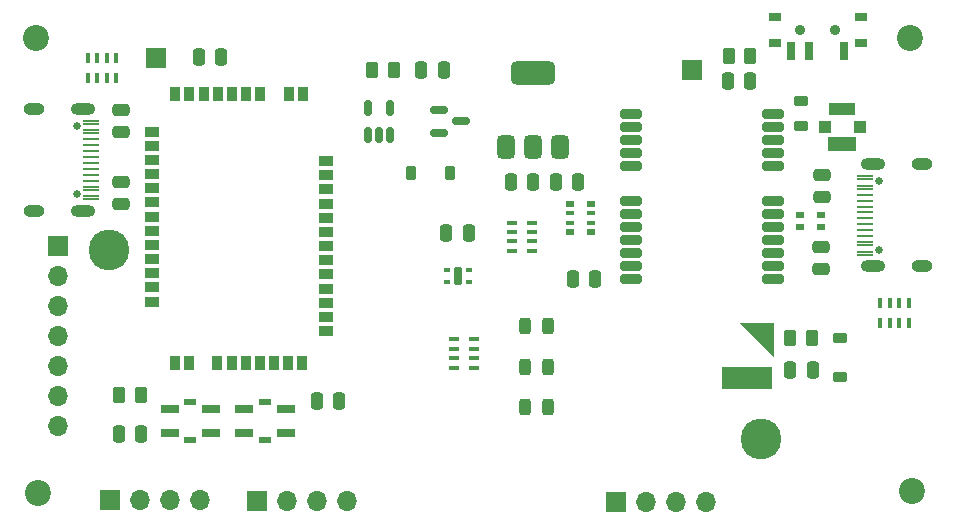
<source format=gbr>
%TF.GenerationSoftware,KiCad,Pcbnew,8.0.0*%
%TF.CreationDate,2024-06-26T14:25:48-05:00*%
%TF.ProjectId,CyberTastic,43796265-7254-4617-9374-69632e6b6963,rev?*%
%TF.SameCoordinates,Original*%
%TF.FileFunction,Soldermask,Top*%
%TF.FilePolarity,Negative*%
%FSLAX46Y46*%
G04 Gerber Fmt 4.6, Leading zero omitted, Abs format (unit mm)*
G04 Created by KiCad (PCBNEW 8.0.0) date 2024-06-26 14:25:48*
%MOMM*%
%LPD*%
G01*
G04 APERTURE LIST*
G04 Aperture macros list*
%AMRoundRect*
0 Rectangle with rounded corners*
0 $1 Rounding radius*
0 $2 $3 $4 $5 $6 $7 $8 $9 X,Y pos of 4 corners*
0 Add a 4 corners polygon primitive as box body*
4,1,4,$2,$3,$4,$5,$6,$7,$8,$9,$2,$3,0*
0 Add four circle primitives for the rounded corners*
1,1,$1+$1,$2,$3*
1,1,$1+$1,$4,$5*
1,1,$1+$1,$6,$7*
1,1,$1+$1,$8,$9*
0 Add four rect primitives between the rounded corners*
20,1,$1+$1,$2,$3,$4,$5,0*
20,1,$1+$1,$4,$5,$6,$7,0*
20,1,$1+$1,$6,$7,$8,$9,0*
20,1,$1+$1,$8,$9,$2,$3,0*%
G04 Aperture macros list end*
%ADD10C,0.000100*%
%ADD11R,1.300000X0.900000*%
%ADD12R,0.900000X1.300000*%
%ADD13RoundRect,0.375000X0.375000X-0.625000X0.375000X0.625000X-0.375000X0.625000X-0.375000X-0.625000X0*%
%ADD14RoundRect,0.500000X1.400000X-0.500000X1.400000X0.500000X-1.400000X0.500000X-1.400000X-0.500000X0*%
%ADD15R,0.800000X0.500000*%
%ADD16R,0.800000X0.400000*%
%ADD17C,0.650000*%
%ADD18R,1.400000X0.250000*%
%ADD19O,2.100000X1.000000*%
%ADD20O,1.800000X1.000000*%
%ADD21R,0.400000X0.900000*%
%ADD22R,1.000000X0.800000*%
%ADD23C,0.900000*%
%ADD24R,0.700000X1.500000*%
%ADD25R,1.000000X0.500000*%
%ADD26R,1.500000X0.800000*%
%ADD27RoundRect,0.250000X0.250000X0.475000X-0.250000X0.475000X-0.250000X-0.475000X0.250000X-0.475000X0*%
%ADD28C,2.200000*%
%ADD29RoundRect,0.250000X0.262500X0.450000X-0.262500X0.450000X-0.262500X-0.450000X0.262500X-0.450000X0*%
%ADD30RoundRect,0.243750X0.243750X0.456250X-0.243750X0.456250X-0.243750X-0.456250X0.243750X-0.456250X0*%
%ADD31R,1.700000X1.700000*%
%ADD32O,1.700000X1.700000*%
%ADD33RoundRect,0.087500X-0.187500X-0.087500X0.187500X-0.087500X0.187500X0.087500X-0.187500X0.087500X0*%
%ADD34RoundRect,0.175000X-0.175000X-0.625000X0.175000X-0.625000X0.175000X0.625000X-0.175000X0.625000X0*%
%ADD35RoundRect,0.250000X-0.262500X-0.450000X0.262500X-0.450000X0.262500X0.450000X-0.262500X0.450000X0*%
%ADD36RoundRect,0.218750X0.381250X-0.218750X0.381250X0.218750X-0.381250X0.218750X-0.381250X-0.218750X0*%
%ADD37R,0.900000X0.400000*%
%ADD38RoundRect,0.102000X-2.050000X-0.850000X2.050000X-0.850000X2.050000X0.850000X-2.050000X0.850000X0*%
%ADD39RoundRect,0.250000X0.475000X-0.250000X0.475000X0.250000X-0.475000X0.250000X-0.475000X-0.250000X0*%
%ADD40R,1.000000X1.000000*%
%ADD41R,2.200000X1.050000*%
%ADD42RoundRect,0.100000X-1.100000X0.525000X-1.100000X-0.525000X1.100000X-0.525000X1.100000X0.525000X0*%
%ADD43RoundRect,0.225000X0.225000X0.375000X-0.225000X0.375000X-0.225000X-0.375000X0.225000X-0.375000X0*%
%ADD44RoundRect,0.150000X-0.587500X-0.150000X0.587500X-0.150000X0.587500X0.150000X-0.587500X0.150000X0*%
%ADD45RoundRect,0.250000X-0.250000X-0.475000X0.250000X-0.475000X0.250000X0.475000X-0.250000X0.475000X0*%
%ADD46RoundRect,0.250000X-0.475000X0.250000X-0.475000X-0.250000X0.475000X-0.250000X0.475000X0.250000X0*%
%ADD47RoundRect,0.200000X0.700000X0.200000X-0.700000X0.200000X-0.700000X-0.200000X0.700000X-0.200000X0*%
%ADD48RoundRect,0.150000X0.150000X-0.512500X0.150000X0.512500X-0.150000X0.512500X-0.150000X-0.512500X0*%
%ADD49RoundRect,0.225000X-0.375000X0.225000X-0.375000X-0.225000X0.375000X-0.225000X0.375000X0.225000X0*%
%ADD50C,3.450000*%
G04 APERTURE END LIST*
D10*
%TO.C,BT2*%
X177900000Y-146000000D02*
X175100000Y-143200000D01*
X177900000Y-143200000D01*
X177900000Y-146000000D01*
G36*
X177900000Y-146000000D02*
G01*
X175100000Y-143200000D01*
X177900000Y-143200000D01*
X177900000Y-146000000D01*
G37*
%TD*%
D11*
%TO.C,U1*%
X125315000Y-126995000D03*
X125315000Y-128195000D03*
X125315000Y-129395000D03*
X125315000Y-130595000D03*
X125315000Y-131795000D03*
X125315000Y-132995000D03*
X125315000Y-134195000D03*
X125315000Y-135395000D03*
X125315000Y-136595000D03*
X125315000Y-137795000D03*
X125315000Y-138995000D03*
X125315000Y-140195000D03*
X125315000Y-141395000D03*
D12*
X127275000Y-146565000D03*
X128475000Y-146565000D03*
X130875000Y-146565000D03*
X132075000Y-146565000D03*
X133275000Y-146565000D03*
X134475000Y-146565000D03*
X135675000Y-146565000D03*
X136875000Y-146565000D03*
X138075000Y-146565000D03*
D11*
X140055000Y-143895000D03*
X140055000Y-142695000D03*
X140055000Y-141495000D03*
X140055000Y-140295000D03*
X140055000Y-139095000D03*
X140055000Y-137895000D03*
X140055000Y-136695000D03*
X140055000Y-135495000D03*
X140055000Y-134295000D03*
X140055000Y-133095000D03*
X140055000Y-131895000D03*
X140055000Y-130695000D03*
X140055000Y-129495000D03*
D12*
X138115000Y-123825000D03*
X136915000Y-123825000D03*
X134515000Y-123825000D03*
X133315000Y-123825000D03*
X132115000Y-123825000D03*
X130915000Y-123825000D03*
X129715000Y-123825000D03*
X128515000Y-123825000D03*
X127315000Y-123825000D03*
%TD*%
D13*
%TO.C,U3*%
X155300000Y-128300000D03*
X157600000Y-128300000D03*
D14*
X157600000Y-122000000D03*
D13*
X159900000Y-128300000D03*
%TD*%
D15*
%TO.C,RN3*%
X162500000Y-135500000D03*
D16*
X162500000Y-134700000D03*
X162500000Y-133900000D03*
D15*
X162500000Y-133100000D03*
X160700000Y-133100000D03*
D16*
X160700000Y-133900000D03*
X160700000Y-134700000D03*
D15*
X160700000Y-135500000D03*
%TD*%
D17*
%TO.C,J3*%
X186912500Y-136990000D03*
X186912500Y-131210000D03*
D18*
X185712500Y-137425000D03*
X185712500Y-136625000D03*
X185712500Y-135350000D03*
X185712500Y-134350000D03*
X185712500Y-133850000D03*
X185712500Y-135850000D03*
X185712500Y-131575000D03*
X185712500Y-130775000D03*
X185712500Y-131025000D03*
X185712500Y-131825000D03*
X185712500Y-132350000D03*
X185712500Y-133350000D03*
X185712500Y-134850000D03*
X185712500Y-132850000D03*
X185712500Y-136375000D03*
X185712500Y-137175000D03*
D19*
X186412500Y-138420000D03*
D20*
X190562500Y-138420000D03*
D19*
X186412500Y-129780000D03*
D20*
X190562500Y-129780000D03*
%TD*%
D21*
%TO.C,RN1*%
X122300000Y-120800000D03*
X121500000Y-120800000D03*
X120700000Y-120800000D03*
X119900000Y-120800000D03*
X119900000Y-122500000D03*
X120700000Y-122500000D03*
X121500000Y-122500000D03*
X122300000Y-122500000D03*
%TD*%
D22*
%TO.C,SW3*%
X185350000Y-119510000D03*
X185350000Y-117300000D03*
D23*
X183200000Y-118400000D03*
X180200000Y-118400000D03*
D22*
X178050000Y-119510000D03*
X178050000Y-117300000D03*
D24*
X183950000Y-120160000D03*
X180950000Y-120160000D03*
X179450000Y-120160000D03*
%TD*%
D25*
%TO.C,SW2*%
X128600000Y-149900000D03*
X128600000Y-153100000D03*
D26*
X126850000Y-150500000D03*
X130350000Y-150500000D03*
X126850000Y-152500000D03*
X130350000Y-152500000D03*
%TD*%
D27*
%TO.C,C10*%
X141200000Y-149800000D03*
X139300000Y-149800000D03*
%TD*%
D17*
%TO.C,J1*%
X118972500Y-126505000D03*
X118972500Y-132285000D03*
D18*
X120172500Y-126070000D03*
X120172500Y-126870000D03*
X120172500Y-128145000D03*
X120172500Y-129145000D03*
X120172500Y-129645000D03*
X120172500Y-127645000D03*
X120172500Y-131920000D03*
X120172500Y-132720000D03*
X120172500Y-132470000D03*
X120172500Y-131670000D03*
X120172500Y-131145000D03*
X120172500Y-130145000D03*
X120172500Y-128645000D03*
X120172500Y-130645000D03*
X120172500Y-127120000D03*
X120172500Y-126320000D03*
D19*
X119472500Y-125075000D03*
D20*
X115322500Y-125075000D03*
D19*
X119472500Y-133715000D03*
D20*
X115322500Y-133715000D03*
%TD*%
D28*
%TO.C,H4*%
X115700000Y-157600000D03*
%TD*%
D29*
%TO.C,R3*%
X176000000Y-120600000D03*
X174175000Y-120600000D03*
%TD*%
%TO.C,R2*%
X124400000Y-149300000D03*
X122575000Y-149300000D03*
%TD*%
D30*
%TO.C,D4*%
X158837500Y-150300000D03*
X156962500Y-150300000D03*
%TD*%
D21*
%TO.C,RN4*%
X187000000Y-143200000D03*
X187800000Y-143200000D03*
X188600000Y-143200000D03*
X189400000Y-143200000D03*
X189400000Y-141500000D03*
X188600000Y-141500000D03*
X187800000Y-141500000D03*
X187000000Y-141500000D03*
%TD*%
D31*
%TO.C,J5*%
X117400000Y-136720000D03*
D32*
X117400000Y-139260000D03*
X117400000Y-141800000D03*
X117400000Y-144340000D03*
X117400000Y-146880000D03*
X117400000Y-149420000D03*
X117400000Y-151960000D03*
%TD*%
D27*
%TO.C,C3*%
X150045000Y-121800000D03*
X148145000Y-121800000D03*
%TD*%
D33*
%TO.C,U6*%
X150300000Y-138700000D03*
X150300000Y-139700000D03*
X152150000Y-139700000D03*
X152150000Y-138700000D03*
D34*
X151225000Y-139200000D03*
%TD*%
D27*
%TO.C,C13*%
X176000000Y-122700000D03*
X174100000Y-122700000D03*
%TD*%
D35*
%TO.C,R4*%
X179375000Y-144500000D03*
X181200000Y-144500000D03*
%TD*%
D36*
%TO.C,L1*%
X180300000Y-126500000D03*
X180300000Y-124375000D03*
%TD*%
D37*
%TO.C,RN6*%
X150900000Y-144600000D03*
X150900000Y-145400000D03*
X150900000Y-146200000D03*
X150900000Y-147000000D03*
X152600000Y-147000000D03*
X152600000Y-146200000D03*
X152600000Y-145400000D03*
X152600000Y-144600000D03*
%TD*%
D38*
%TO.C,BT2*%
X175750000Y-147850000D03*
%TD*%
D39*
%TO.C,C7*%
X182050000Y-132550000D03*
X182050000Y-130650000D03*
%TD*%
D31*
%TO.C,J6*%
X125700000Y-120800000D03*
%TD*%
D15*
%TO.C,RN2*%
X180200000Y-134100000D03*
X180200000Y-135100000D03*
X182000000Y-135100000D03*
X182000000Y-134100000D03*
%TD*%
D28*
%TO.C,H1*%
X115500000Y-119100000D03*
%TD*%
D40*
%TO.C,J2*%
X182300000Y-126600000D03*
D41*
X183800000Y-125125000D03*
D40*
X185300000Y-126600000D03*
D42*
X183800000Y-128075000D03*
%TD*%
D25*
%TO.C,SW1*%
X134900000Y-153100000D03*
X134900000Y-149900000D03*
D26*
X136650000Y-152500000D03*
X133150000Y-152500000D03*
X136650000Y-150500000D03*
X133150000Y-150500000D03*
%TD*%
D43*
%TO.C,D1*%
X150600000Y-130500000D03*
X147300000Y-130500000D03*
%TD*%
D31*
%TO.C,J7*%
X171100000Y-121800000D03*
%TD*%
D39*
%TO.C,C2*%
X122700000Y-127050000D03*
X122700000Y-125150000D03*
%TD*%
D37*
%TO.C,RN5*%
X155800000Y-134700000D03*
X155800000Y-135500000D03*
X155800000Y-136300000D03*
X155800000Y-137100000D03*
X157500000Y-137100000D03*
X157500000Y-136300000D03*
X157500000Y-135500000D03*
X157500000Y-134700000D03*
%TD*%
D31*
%TO.C,J9*%
X134200000Y-158260000D03*
D32*
X136740000Y-158260000D03*
X139280000Y-158260000D03*
X141820000Y-158260000D03*
%TD*%
D44*
%TO.C,Q1*%
X149607500Y-125187500D03*
X149607500Y-127087500D03*
X151482500Y-126137500D03*
%TD*%
D45*
%TO.C,C4*%
X159550000Y-131300000D03*
X161450000Y-131300000D03*
%TD*%
%TO.C,C14*%
X179400000Y-147200000D03*
X181300000Y-147200000D03*
%TD*%
D31*
%TO.C,J4*%
X121800000Y-158200000D03*
D32*
X124340000Y-158200000D03*
X126880000Y-158200000D03*
X129420000Y-158200000D03*
%TD*%
D27*
%TO.C,C5*%
X157600000Y-131300000D03*
X155700000Y-131300000D03*
%TD*%
D30*
%TO.C,D3*%
X158837500Y-146900000D03*
X156962500Y-146900000D03*
%TD*%
D46*
%TO.C,C1*%
X122700000Y-131250000D03*
X122700000Y-133150000D03*
%TD*%
D47*
%TO.C,U4*%
X177900000Y-139500000D03*
X177900000Y-138400000D03*
X177900000Y-137300000D03*
X177900000Y-136200000D03*
X177900000Y-135100000D03*
X177900000Y-134000000D03*
X177900000Y-132900000D03*
X177900000Y-129900000D03*
X177900000Y-128800000D03*
X177900000Y-127700000D03*
X177900000Y-126600000D03*
X177900000Y-125500000D03*
X165900000Y-125500000D03*
X165900000Y-126600000D03*
X165900000Y-127700000D03*
X165900000Y-128800000D03*
X165900000Y-129900000D03*
X165900000Y-132900000D03*
X165900000Y-134000000D03*
X165900000Y-135100000D03*
X165900000Y-136200000D03*
X165900000Y-137300000D03*
X165900000Y-138400000D03*
X165900000Y-139500000D03*
%TD*%
D30*
%TO.C,D2*%
X158837500Y-143500000D03*
X156962500Y-143500000D03*
%TD*%
D31*
%TO.C,J8*%
X164600000Y-158400000D03*
D32*
X167140000Y-158400000D03*
X169680000Y-158400000D03*
X172220000Y-158400000D03*
%TD*%
D27*
%TO.C,C11*%
X152150000Y-135600000D03*
X150250000Y-135600000D03*
%TD*%
D45*
%TO.C,C6*%
X129300000Y-120700000D03*
X131200000Y-120700000D03*
%TD*%
D28*
%TO.C,H3*%
X189700000Y-157400000D03*
%TD*%
%TO.C,H2*%
X189500000Y-119100000D03*
%TD*%
D46*
%TO.C,C8*%
X182000000Y-136750000D03*
X182000000Y-138650000D03*
%TD*%
D48*
%TO.C,U2*%
X143607500Y-127287500D03*
X144557500Y-127287500D03*
X145507500Y-127287500D03*
X145507500Y-125012500D03*
X143607500Y-125012500D03*
%TD*%
D35*
%TO.C,R1*%
X143982500Y-121800000D03*
X145807500Y-121800000D03*
%TD*%
D27*
%TO.C,C9*%
X162850000Y-139500000D03*
X160950000Y-139500000D03*
%TD*%
D45*
%TO.C,C12*%
X122550000Y-152600000D03*
X124450000Y-152600000D03*
%TD*%
D49*
%TO.C,D5*%
X183600000Y-144495000D03*
X183600000Y-147795000D03*
%TD*%
D50*
%TO.C,BT1*%
X176900000Y-153000000D03*
X121700000Y-137000000D03*
%TD*%
M02*

</source>
